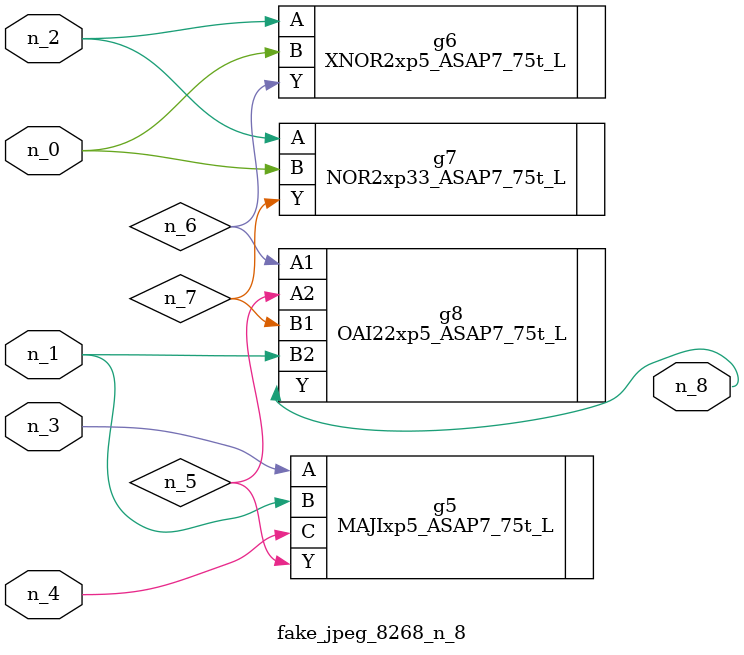
<source format=v>
module fake_jpeg_8268_n_8 (n_3, n_2, n_1, n_0, n_4, n_8);

input n_3;
input n_2;
input n_1;
input n_0;
input n_4;

output n_8;

wire n_6;
wire n_5;
wire n_7;

MAJIxp5_ASAP7_75t_L g5 ( 
.A(n_3),
.B(n_1),
.C(n_4),
.Y(n_5)
);

XNOR2xp5_ASAP7_75t_L g6 ( 
.A(n_2),
.B(n_0),
.Y(n_6)
);

NOR2xp33_ASAP7_75t_L g7 ( 
.A(n_2),
.B(n_0),
.Y(n_7)
);

OAI22xp5_ASAP7_75t_L g8 ( 
.A1(n_6),
.A2(n_5),
.B1(n_7),
.B2(n_1),
.Y(n_8)
);


endmodule
</source>
